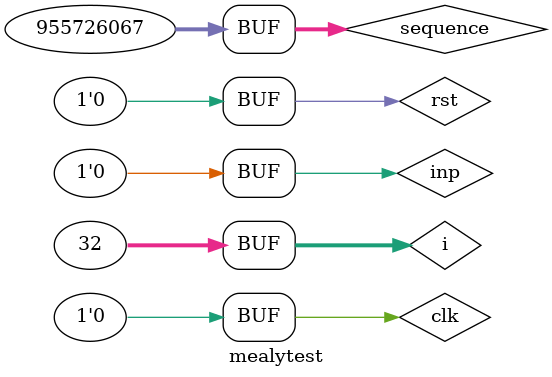
<source format=v>
module mealytest();
reg clk, rst, inp;
wire outp; wire [4:0] stack;
reg [31:0] sequence;		//For the internal 32-bits
integer i;
mealy dut(clk, rst, inp, outp, stack);  //Calling the instance
initial
begin
clk = 0;
rst = 1;
sequence = 32'b0011_1000_1111_0111_0011_1000_1111_0011;
#5 rst = 0;
for (i=0; i<=31; i=i+1)
begin
inp = sequence[i];		//All the input bits
#2 clk = 1;
#2 clk = 0;
$display ("State =  ", dut.state, " Input =  ", inp, " Output = ", outp);
end
end
endmodule 
</source>
